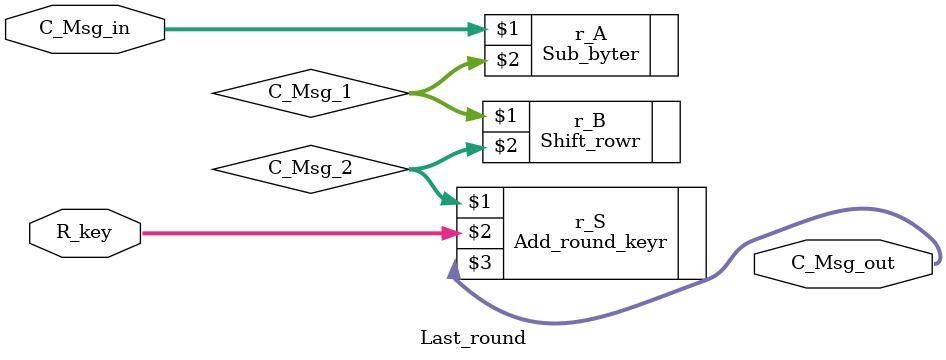
<source format=v>
module Last_round (C_Msg_in, R_key, C_Msg_out);

input  [0:127] C_Msg_in;
input  [0:127] R_key;
output [0:127] C_Msg_out;

wire [0:127] C_Msg_1, C_Msg_2, C_Msg_3;

Sub_byter      r_A (C_Msg_in, C_Msg_1);
Shift_rowr     r_B (C_Msg_1, C_Msg_2);
Add_round_keyr r_S (C_Msg_2, R_key, C_Msg_out);

endmodule

</source>
